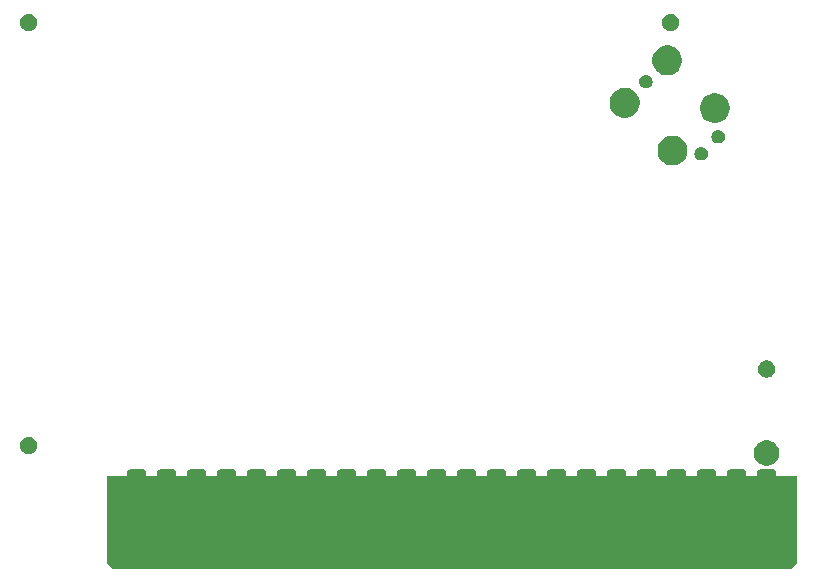
<source format=gbs>
G04 #@! TF.GenerationSoftware,KiCad,Pcbnew,(5.1.5-0-10_14)*
G04 #@! TF.CreationDate,2020-09-29T17:55:38-04:00*
G04 #@! TF.ProjectId,RAM2GS,52414d32-4753-42e6-9b69-6361645f7063,1.0*
G04 #@! TF.SameCoordinates,Original*
G04 #@! TF.FileFunction,Soldermask,Bot*
G04 #@! TF.FilePolarity,Negative*
%FSLAX46Y46*%
G04 Gerber Fmt 4.6, Leading zero omitted, Abs format (unit mm)*
G04 Created by KiCad (PCBNEW (5.1.5-0-10_14)) date 2020-09-29 17:55:38*
%MOMM*%
%LPD*%
G04 APERTURE LIST*
%ADD10C,0.100000*%
G04 APERTURE END LIST*
D10*
G36*
X113538000Y-139446000D02*
G01*
X113030000Y-139954000D01*
X55626000Y-139954000D01*
X55118000Y-139446000D01*
X55118000Y-132080000D01*
X113538000Y-132080000D01*
X113538000Y-139446000D01*
G37*
G36*
X111518220Y-131544798D02*
G01*
X111591993Y-131567176D01*
X111659982Y-131603518D01*
X111719575Y-131652425D01*
X111768482Y-131712018D01*
X111804824Y-131780007D01*
X111827202Y-131853780D01*
X111835000Y-131932954D01*
X111835000Y-138631046D01*
X111827202Y-138710220D01*
X111804824Y-138783993D01*
X111768482Y-138851982D01*
X111719575Y-138911575D01*
X111659982Y-138960482D01*
X111591993Y-138996824D01*
X111518220Y-139019202D01*
X111439046Y-139027000D01*
X110556954Y-139027000D01*
X110477780Y-139019202D01*
X110404007Y-138996824D01*
X110336018Y-138960482D01*
X110276425Y-138911575D01*
X110227518Y-138851982D01*
X110191176Y-138783993D01*
X110168798Y-138710220D01*
X110161000Y-138631046D01*
X110161000Y-131932954D01*
X110168798Y-131853780D01*
X110191176Y-131780007D01*
X110227518Y-131712018D01*
X110276425Y-131652425D01*
X110336018Y-131603518D01*
X110404007Y-131567176D01*
X110477780Y-131544798D01*
X110556954Y-131537000D01*
X111439046Y-131537000D01*
X111518220Y-131544798D01*
G37*
G36*
X108978220Y-131544798D02*
G01*
X109051993Y-131567176D01*
X109119982Y-131603518D01*
X109179575Y-131652425D01*
X109228482Y-131712018D01*
X109264824Y-131780007D01*
X109287202Y-131853780D01*
X109295000Y-131932954D01*
X109295000Y-138631046D01*
X109287202Y-138710220D01*
X109264824Y-138783993D01*
X109228482Y-138851982D01*
X109179575Y-138911575D01*
X109119982Y-138960482D01*
X109051993Y-138996824D01*
X108978220Y-139019202D01*
X108899046Y-139027000D01*
X108016954Y-139027000D01*
X107937780Y-139019202D01*
X107864007Y-138996824D01*
X107796018Y-138960482D01*
X107736425Y-138911575D01*
X107687518Y-138851982D01*
X107651176Y-138783993D01*
X107628798Y-138710220D01*
X107621000Y-138631046D01*
X107621000Y-131932954D01*
X107628798Y-131853780D01*
X107651176Y-131780007D01*
X107687518Y-131712018D01*
X107736425Y-131652425D01*
X107796018Y-131603518D01*
X107864007Y-131567176D01*
X107937780Y-131544798D01*
X108016954Y-131537000D01*
X108899046Y-131537000D01*
X108978220Y-131544798D01*
G37*
G36*
X106438220Y-131544798D02*
G01*
X106511993Y-131567176D01*
X106579982Y-131603518D01*
X106639575Y-131652425D01*
X106688482Y-131712018D01*
X106724824Y-131780007D01*
X106747202Y-131853780D01*
X106755000Y-131932954D01*
X106755000Y-138631046D01*
X106747202Y-138710220D01*
X106724824Y-138783993D01*
X106688482Y-138851982D01*
X106639575Y-138911575D01*
X106579982Y-138960482D01*
X106511993Y-138996824D01*
X106438220Y-139019202D01*
X106359046Y-139027000D01*
X105476954Y-139027000D01*
X105397780Y-139019202D01*
X105324007Y-138996824D01*
X105256018Y-138960482D01*
X105196425Y-138911575D01*
X105147518Y-138851982D01*
X105111176Y-138783993D01*
X105088798Y-138710220D01*
X105081000Y-138631046D01*
X105081000Y-131932954D01*
X105088798Y-131853780D01*
X105111176Y-131780007D01*
X105147518Y-131712018D01*
X105196425Y-131652425D01*
X105256018Y-131603518D01*
X105324007Y-131567176D01*
X105397780Y-131544798D01*
X105476954Y-131537000D01*
X106359046Y-131537000D01*
X106438220Y-131544798D01*
G37*
G36*
X103898220Y-131544798D02*
G01*
X103971993Y-131567176D01*
X104039982Y-131603518D01*
X104099575Y-131652425D01*
X104148482Y-131712018D01*
X104184824Y-131780007D01*
X104207202Y-131853780D01*
X104215000Y-131932954D01*
X104215000Y-138631046D01*
X104207202Y-138710220D01*
X104184824Y-138783993D01*
X104148482Y-138851982D01*
X104099575Y-138911575D01*
X104039982Y-138960482D01*
X103971993Y-138996824D01*
X103898220Y-139019202D01*
X103819046Y-139027000D01*
X102936954Y-139027000D01*
X102857780Y-139019202D01*
X102784007Y-138996824D01*
X102716018Y-138960482D01*
X102656425Y-138911575D01*
X102607518Y-138851982D01*
X102571176Y-138783993D01*
X102548798Y-138710220D01*
X102541000Y-138631046D01*
X102541000Y-131932954D01*
X102548798Y-131853780D01*
X102571176Y-131780007D01*
X102607518Y-131712018D01*
X102656425Y-131652425D01*
X102716018Y-131603518D01*
X102784007Y-131567176D01*
X102857780Y-131544798D01*
X102936954Y-131537000D01*
X103819046Y-131537000D01*
X103898220Y-131544798D01*
G37*
G36*
X101358220Y-131544798D02*
G01*
X101431993Y-131567176D01*
X101499982Y-131603518D01*
X101559575Y-131652425D01*
X101608482Y-131712018D01*
X101644824Y-131780007D01*
X101667202Y-131853780D01*
X101675000Y-131932954D01*
X101675000Y-138631046D01*
X101667202Y-138710220D01*
X101644824Y-138783993D01*
X101608482Y-138851982D01*
X101559575Y-138911575D01*
X101499982Y-138960482D01*
X101431993Y-138996824D01*
X101358220Y-139019202D01*
X101279046Y-139027000D01*
X100396954Y-139027000D01*
X100317780Y-139019202D01*
X100244007Y-138996824D01*
X100176018Y-138960482D01*
X100116425Y-138911575D01*
X100067518Y-138851982D01*
X100031176Y-138783993D01*
X100008798Y-138710220D01*
X100001000Y-138631046D01*
X100001000Y-131932954D01*
X100008798Y-131853780D01*
X100031176Y-131780007D01*
X100067518Y-131712018D01*
X100116425Y-131652425D01*
X100176018Y-131603518D01*
X100244007Y-131567176D01*
X100317780Y-131544798D01*
X100396954Y-131537000D01*
X101279046Y-131537000D01*
X101358220Y-131544798D01*
G37*
G36*
X98818220Y-131544798D02*
G01*
X98891993Y-131567176D01*
X98959982Y-131603518D01*
X99019575Y-131652425D01*
X99068482Y-131712018D01*
X99104824Y-131780007D01*
X99127202Y-131853780D01*
X99135000Y-131932954D01*
X99135000Y-138631046D01*
X99127202Y-138710220D01*
X99104824Y-138783993D01*
X99068482Y-138851982D01*
X99019575Y-138911575D01*
X98959982Y-138960482D01*
X98891993Y-138996824D01*
X98818220Y-139019202D01*
X98739046Y-139027000D01*
X97856954Y-139027000D01*
X97777780Y-139019202D01*
X97704007Y-138996824D01*
X97636018Y-138960482D01*
X97576425Y-138911575D01*
X97527518Y-138851982D01*
X97491176Y-138783993D01*
X97468798Y-138710220D01*
X97461000Y-138631046D01*
X97461000Y-131932954D01*
X97468798Y-131853780D01*
X97491176Y-131780007D01*
X97527518Y-131712018D01*
X97576425Y-131652425D01*
X97636018Y-131603518D01*
X97704007Y-131567176D01*
X97777780Y-131544798D01*
X97856954Y-131537000D01*
X98739046Y-131537000D01*
X98818220Y-131544798D01*
G37*
G36*
X96278220Y-131544798D02*
G01*
X96351993Y-131567176D01*
X96419982Y-131603518D01*
X96479575Y-131652425D01*
X96528482Y-131712018D01*
X96564824Y-131780007D01*
X96587202Y-131853780D01*
X96595000Y-131932954D01*
X96595000Y-138631046D01*
X96587202Y-138710220D01*
X96564824Y-138783993D01*
X96528482Y-138851982D01*
X96479575Y-138911575D01*
X96419982Y-138960482D01*
X96351993Y-138996824D01*
X96278220Y-139019202D01*
X96199046Y-139027000D01*
X95316954Y-139027000D01*
X95237780Y-139019202D01*
X95164007Y-138996824D01*
X95096018Y-138960482D01*
X95036425Y-138911575D01*
X94987518Y-138851982D01*
X94951176Y-138783993D01*
X94928798Y-138710220D01*
X94921000Y-138631046D01*
X94921000Y-131932954D01*
X94928798Y-131853780D01*
X94951176Y-131780007D01*
X94987518Y-131712018D01*
X95036425Y-131652425D01*
X95096018Y-131603518D01*
X95164007Y-131567176D01*
X95237780Y-131544798D01*
X95316954Y-131537000D01*
X96199046Y-131537000D01*
X96278220Y-131544798D01*
G37*
G36*
X93738220Y-131544798D02*
G01*
X93811993Y-131567176D01*
X93879982Y-131603518D01*
X93939575Y-131652425D01*
X93988482Y-131712018D01*
X94024824Y-131780007D01*
X94047202Y-131853780D01*
X94055000Y-131932954D01*
X94055000Y-138631046D01*
X94047202Y-138710220D01*
X94024824Y-138783993D01*
X93988482Y-138851982D01*
X93939575Y-138911575D01*
X93879982Y-138960482D01*
X93811993Y-138996824D01*
X93738220Y-139019202D01*
X93659046Y-139027000D01*
X92776954Y-139027000D01*
X92697780Y-139019202D01*
X92624007Y-138996824D01*
X92556018Y-138960482D01*
X92496425Y-138911575D01*
X92447518Y-138851982D01*
X92411176Y-138783993D01*
X92388798Y-138710220D01*
X92381000Y-138631046D01*
X92381000Y-131932954D01*
X92388798Y-131853780D01*
X92411176Y-131780007D01*
X92447518Y-131712018D01*
X92496425Y-131652425D01*
X92556018Y-131603518D01*
X92624007Y-131567176D01*
X92697780Y-131544798D01*
X92776954Y-131537000D01*
X93659046Y-131537000D01*
X93738220Y-131544798D01*
G37*
G36*
X91198220Y-131544798D02*
G01*
X91271993Y-131567176D01*
X91339982Y-131603518D01*
X91399575Y-131652425D01*
X91448482Y-131712018D01*
X91484824Y-131780007D01*
X91507202Y-131853780D01*
X91515000Y-131932954D01*
X91515000Y-138631046D01*
X91507202Y-138710220D01*
X91484824Y-138783993D01*
X91448482Y-138851982D01*
X91399575Y-138911575D01*
X91339982Y-138960482D01*
X91271993Y-138996824D01*
X91198220Y-139019202D01*
X91119046Y-139027000D01*
X90236954Y-139027000D01*
X90157780Y-139019202D01*
X90084007Y-138996824D01*
X90016018Y-138960482D01*
X89956425Y-138911575D01*
X89907518Y-138851982D01*
X89871176Y-138783993D01*
X89848798Y-138710220D01*
X89841000Y-138631046D01*
X89841000Y-131932954D01*
X89848798Y-131853780D01*
X89871176Y-131780007D01*
X89907518Y-131712018D01*
X89956425Y-131652425D01*
X90016018Y-131603518D01*
X90084007Y-131567176D01*
X90157780Y-131544798D01*
X90236954Y-131537000D01*
X91119046Y-131537000D01*
X91198220Y-131544798D01*
G37*
G36*
X88658220Y-131544798D02*
G01*
X88731993Y-131567176D01*
X88799982Y-131603518D01*
X88859575Y-131652425D01*
X88908482Y-131712018D01*
X88944824Y-131780007D01*
X88967202Y-131853780D01*
X88975000Y-131932954D01*
X88975000Y-138631046D01*
X88967202Y-138710220D01*
X88944824Y-138783993D01*
X88908482Y-138851982D01*
X88859575Y-138911575D01*
X88799982Y-138960482D01*
X88731993Y-138996824D01*
X88658220Y-139019202D01*
X88579046Y-139027000D01*
X87696954Y-139027000D01*
X87617780Y-139019202D01*
X87544007Y-138996824D01*
X87476018Y-138960482D01*
X87416425Y-138911575D01*
X87367518Y-138851982D01*
X87331176Y-138783993D01*
X87308798Y-138710220D01*
X87301000Y-138631046D01*
X87301000Y-131932954D01*
X87308798Y-131853780D01*
X87331176Y-131780007D01*
X87367518Y-131712018D01*
X87416425Y-131652425D01*
X87476018Y-131603518D01*
X87544007Y-131567176D01*
X87617780Y-131544798D01*
X87696954Y-131537000D01*
X88579046Y-131537000D01*
X88658220Y-131544798D01*
G37*
G36*
X86118220Y-131544798D02*
G01*
X86191993Y-131567176D01*
X86259982Y-131603518D01*
X86319575Y-131652425D01*
X86368482Y-131712018D01*
X86404824Y-131780007D01*
X86427202Y-131853780D01*
X86435000Y-131932954D01*
X86435000Y-138631046D01*
X86427202Y-138710220D01*
X86404824Y-138783993D01*
X86368482Y-138851982D01*
X86319575Y-138911575D01*
X86259982Y-138960482D01*
X86191993Y-138996824D01*
X86118220Y-139019202D01*
X86039046Y-139027000D01*
X85156954Y-139027000D01*
X85077780Y-139019202D01*
X85004007Y-138996824D01*
X84936018Y-138960482D01*
X84876425Y-138911575D01*
X84827518Y-138851982D01*
X84791176Y-138783993D01*
X84768798Y-138710220D01*
X84761000Y-138631046D01*
X84761000Y-131932954D01*
X84768798Y-131853780D01*
X84791176Y-131780007D01*
X84827518Y-131712018D01*
X84876425Y-131652425D01*
X84936018Y-131603518D01*
X85004007Y-131567176D01*
X85077780Y-131544798D01*
X85156954Y-131537000D01*
X86039046Y-131537000D01*
X86118220Y-131544798D01*
G37*
G36*
X83578220Y-131544798D02*
G01*
X83651993Y-131567176D01*
X83719982Y-131603518D01*
X83779575Y-131652425D01*
X83828482Y-131712018D01*
X83864824Y-131780007D01*
X83887202Y-131853780D01*
X83895000Y-131932954D01*
X83895000Y-138631046D01*
X83887202Y-138710220D01*
X83864824Y-138783993D01*
X83828482Y-138851982D01*
X83779575Y-138911575D01*
X83719982Y-138960482D01*
X83651993Y-138996824D01*
X83578220Y-139019202D01*
X83499046Y-139027000D01*
X82616954Y-139027000D01*
X82537780Y-139019202D01*
X82464007Y-138996824D01*
X82396018Y-138960482D01*
X82336425Y-138911575D01*
X82287518Y-138851982D01*
X82251176Y-138783993D01*
X82228798Y-138710220D01*
X82221000Y-138631046D01*
X82221000Y-131932954D01*
X82228798Y-131853780D01*
X82251176Y-131780007D01*
X82287518Y-131712018D01*
X82336425Y-131652425D01*
X82396018Y-131603518D01*
X82464007Y-131567176D01*
X82537780Y-131544798D01*
X82616954Y-131537000D01*
X83499046Y-131537000D01*
X83578220Y-131544798D01*
G37*
G36*
X81038220Y-131544798D02*
G01*
X81111993Y-131567176D01*
X81179982Y-131603518D01*
X81239575Y-131652425D01*
X81288482Y-131712018D01*
X81324824Y-131780007D01*
X81347202Y-131853780D01*
X81355000Y-131932954D01*
X81355000Y-138631046D01*
X81347202Y-138710220D01*
X81324824Y-138783993D01*
X81288482Y-138851982D01*
X81239575Y-138911575D01*
X81179982Y-138960482D01*
X81111993Y-138996824D01*
X81038220Y-139019202D01*
X80959046Y-139027000D01*
X80076954Y-139027000D01*
X79997780Y-139019202D01*
X79924007Y-138996824D01*
X79856018Y-138960482D01*
X79796425Y-138911575D01*
X79747518Y-138851982D01*
X79711176Y-138783993D01*
X79688798Y-138710220D01*
X79681000Y-138631046D01*
X79681000Y-131932954D01*
X79688798Y-131853780D01*
X79711176Y-131780007D01*
X79747518Y-131712018D01*
X79796425Y-131652425D01*
X79856018Y-131603518D01*
X79924007Y-131567176D01*
X79997780Y-131544798D01*
X80076954Y-131537000D01*
X80959046Y-131537000D01*
X81038220Y-131544798D01*
G37*
G36*
X78498220Y-131544798D02*
G01*
X78571993Y-131567176D01*
X78639982Y-131603518D01*
X78699575Y-131652425D01*
X78748482Y-131712018D01*
X78784824Y-131780007D01*
X78807202Y-131853780D01*
X78815000Y-131932954D01*
X78815000Y-138631046D01*
X78807202Y-138710220D01*
X78784824Y-138783993D01*
X78748482Y-138851982D01*
X78699575Y-138911575D01*
X78639982Y-138960482D01*
X78571993Y-138996824D01*
X78498220Y-139019202D01*
X78419046Y-139027000D01*
X77536954Y-139027000D01*
X77457780Y-139019202D01*
X77384007Y-138996824D01*
X77316018Y-138960482D01*
X77256425Y-138911575D01*
X77207518Y-138851982D01*
X77171176Y-138783993D01*
X77148798Y-138710220D01*
X77141000Y-138631046D01*
X77141000Y-131932954D01*
X77148798Y-131853780D01*
X77171176Y-131780007D01*
X77207518Y-131712018D01*
X77256425Y-131652425D01*
X77316018Y-131603518D01*
X77384007Y-131567176D01*
X77457780Y-131544798D01*
X77536954Y-131537000D01*
X78419046Y-131537000D01*
X78498220Y-131544798D01*
G37*
G36*
X75958220Y-131544798D02*
G01*
X76031993Y-131567176D01*
X76099982Y-131603518D01*
X76159575Y-131652425D01*
X76208482Y-131712018D01*
X76244824Y-131780007D01*
X76267202Y-131853780D01*
X76275000Y-131932954D01*
X76275000Y-138631046D01*
X76267202Y-138710220D01*
X76244824Y-138783993D01*
X76208482Y-138851982D01*
X76159575Y-138911575D01*
X76099982Y-138960482D01*
X76031993Y-138996824D01*
X75958220Y-139019202D01*
X75879046Y-139027000D01*
X74996954Y-139027000D01*
X74917780Y-139019202D01*
X74844007Y-138996824D01*
X74776018Y-138960482D01*
X74716425Y-138911575D01*
X74667518Y-138851982D01*
X74631176Y-138783993D01*
X74608798Y-138710220D01*
X74601000Y-138631046D01*
X74601000Y-131932954D01*
X74608798Y-131853780D01*
X74631176Y-131780007D01*
X74667518Y-131712018D01*
X74716425Y-131652425D01*
X74776018Y-131603518D01*
X74844007Y-131567176D01*
X74917780Y-131544798D01*
X74996954Y-131537000D01*
X75879046Y-131537000D01*
X75958220Y-131544798D01*
G37*
G36*
X73418220Y-131544798D02*
G01*
X73491993Y-131567176D01*
X73559982Y-131603518D01*
X73619575Y-131652425D01*
X73668482Y-131712018D01*
X73704824Y-131780007D01*
X73727202Y-131853780D01*
X73735000Y-131932954D01*
X73735000Y-138631046D01*
X73727202Y-138710220D01*
X73704824Y-138783993D01*
X73668482Y-138851982D01*
X73619575Y-138911575D01*
X73559982Y-138960482D01*
X73491993Y-138996824D01*
X73418220Y-139019202D01*
X73339046Y-139027000D01*
X72456954Y-139027000D01*
X72377780Y-139019202D01*
X72304007Y-138996824D01*
X72236018Y-138960482D01*
X72176425Y-138911575D01*
X72127518Y-138851982D01*
X72091176Y-138783993D01*
X72068798Y-138710220D01*
X72061000Y-138631046D01*
X72061000Y-131932954D01*
X72068798Y-131853780D01*
X72091176Y-131780007D01*
X72127518Y-131712018D01*
X72176425Y-131652425D01*
X72236018Y-131603518D01*
X72304007Y-131567176D01*
X72377780Y-131544798D01*
X72456954Y-131537000D01*
X73339046Y-131537000D01*
X73418220Y-131544798D01*
G37*
G36*
X70878220Y-131544798D02*
G01*
X70951993Y-131567176D01*
X71019982Y-131603518D01*
X71079575Y-131652425D01*
X71128482Y-131712018D01*
X71164824Y-131780007D01*
X71187202Y-131853780D01*
X71195000Y-131932954D01*
X71195000Y-138631046D01*
X71187202Y-138710220D01*
X71164824Y-138783993D01*
X71128482Y-138851982D01*
X71079575Y-138911575D01*
X71019982Y-138960482D01*
X70951993Y-138996824D01*
X70878220Y-139019202D01*
X70799046Y-139027000D01*
X69916954Y-139027000D01*
X69837780Y-139019202D01*
X69764007Y-138996824D01*
X69696018Y-138960482D01*
X69636425Y-138911575D01*
X69587518Y-138851982D01*
X69551176Y-138783993D01*
X69528798Y-138710220D01*
X69521000Y-138631046D01*
X69521000Y-131932954D01*
X69528798Y-131853780D01*
X69551176Y-131780007D01*
X69587518Y-131712018D01*
X69636425Y-131652425D01*
X69696018Y-131603518D01*
X69764007Y-131567176D01*
X69837780Y-131544798D01*
X69916954Y-131537000D01*
X70799046Y-131537000D01*
X70878220Y-131544798D01*
G37*
G36*
X68338220Y-131544798D02*
G01*
X68411993Y-131567176D01*
X68479982Y-131603518D01*
X68539575Y-131652425D01*
X68588482Y-131712018D01*
X68624824Y-131780007D01*
X68647202Y-131853780D01*
X68655000Y-131932954D01*
X68655000Y-138631046D01*
X68647202Y-138710220D01*
X68624824Y-138783993D01*
X68588482Y-138851982D01*
X68539575Y-138911575D01*
X68479982Y-138960482D01*
X68411993Y-138996824D01*
X68338220Y-139019202D01*
X68259046Y-139027000D01*
X67376954Y-139027000D01*
X67297780Y-139019202D01*
X67224007Y-138996824D01*
X67156018Y-138960482D01*
X67096425Y-138911575D01*
X67047518Y-138851982D01*
X67011176Y-138783993D01*
X66988798Y-138710220D01*
X66981000Y-138631046D01*
X66981000Y-131932954D01*
X66988798Y-131853780D01*
X67011176Y-131780007D01*
X67047518Y-131712018D01*
X67096425Y-131652425D01*
X67156018Y-131603518D01*
X67224007Y-131567176D01*
X67297780Y-131544798D01*
X67376954Y-131537000D01*
X68259046Y-131537000D01*
X68338220Y-131544798D01*
G37*
G36*
X65798220Y-131544798D02*
G01*
X65871993Y-131567176D01*
X65939982Y-131603518D01*
X65999575Y-131652425D01*
X66048482Y-131712018D01*
X66084824Y-131780007D01*
X66107202Y-131853780D01*
X66115000Y-131932954D01*
X66115000Y-138631046D01*
X66107202Y-138710220D01*
X66084824Y-138783993D01*
X66048482Y-138851982D01*
X65999575Y-138911575D01*
X65939982Y-138960482D01*
X65871993Y-138996824D01*
X65798220Y-139019202D01*
X65719046Y-139027000D01*
X64836954Y-139027000D01*
X64757780Y-139019202D01*
X64684007Y-138996824D01*
X64616018Y-138960482D01*
X64556425Y-138911575D01*
X64507518Y-138851982D01*
X64471176Y-138783993D01*
X64448798Y-138710220D01*
X64441000Y-138631046D01*
X64441000Y-131932954D01*
X64448798Y-131853780D01*
X64471176Y-131780007D01*
X64507518Y-131712018D01*
X64556425Y-131652425D01*
X64616018Y-131603518D01*
X64684007Y-131567176D01*
X64757780Y-131544798D01*
X64836954Y-131537000D01*
X65719046Y-131537000D01*
X65798220Y-131544798D01*
G37*
G36*
X63258220Y-131544798D02*
G01*
X63331993Y-131567176D01*
X63399982Y-131603518D01*
X63459575Y-131652425D01*
X63508482Y-131712018D01*
X63544824Y-131780007D01*
X63567202Y-131853780D01*
X63575000Y-131932954D01*
X63575000Y-138631046D01*
X63567202Y-138710220D01*
X63544824Y-138783993D01*
X63508482Y-138851982D01*
X63459575Y-138911575D01*
X63399982Y-138960482D01*
X63331993Y-138996824D01*
X63258220Y-139019202D01*
X63179046Y-139027000D01*
X62296954Y-139027000D01*
X62217780Y-139019202D01*
X62144007Y-138996824D01*
X62076018Y-138960482D01*
X62016425Y-138911575D01*
X61967518Y-138851982D01*
X61931176Y-138783993D01*
X61908798Y-138710220D01*
X61901000Y-138631046D01*
X61901000Y-131932954D01*
X61908798Y-131853780D01*
X61931176Y-131780007D01*
X61967518Y-131712018D01*
X62016425Y-131652425D01*
X62076018Y-131603518D01*
X62144007Y-131567176D01*
X62217780Y-131544798D01*
X62296954Y-131537000D01*
X63179046Y-131537000D01*
X63258220Y-131544798D01*
G37*
G36*
X60718220Y-131544798D02*
G01*
X60791993Y-131567176D01*
X60859982Y-131603518D01*
X60919575Y-131652425D01*
X60968482Y-131712018D01*
X61004824Y-131780007D01*
X61027202Y-131853780D01*
X61035000Y-131932954D01*
X61035000Y-138631046D01*
X61027202Y-138710220D01*
X61004824Y-138783993D01*
X60968482Y-138851982D01*
X60919575Y-138911575D01*
X60859982Y-138960482D01*
X60791993Y-138996824D01*
X60718220Y-139019202D01*
X60639046Y-139027000D01*
X59756954Y-139027000D01*
X59677780Y-139019202D01*
X59604007Y-138996824D01*
X59536018Y-138960482D01*
X59476425Y-138911575D01*
X59427518Y-138851982D01*
X59391176Y-138783993D01*
X59368798Y-138710220D01*
X59361000Y-138631046D01*
X59361000Y-131932954D01*
X59368798Y-131853780D01*
X59391176Y-131780007D01*
X59427518Y-131712018D01*
X59476425Y-131652425D01*
X59536018Y-131603518D01*
X59604007Y-131567176D01*
X59677780Y-131544798D01*
X59756954Y-131537000D01*
X60639046Y-131537000D01*
X60718220Y-131544798D01*
G37*
G36*
X58178220Y-131544798D02*
G01*
X58251993Y-131567176D01*
X58319982Y-131603518D01*
X58379575Y-131652425D01*
X58428482Y-131712018D01*
X58464824Y-131780007D01*
X58487202Y-131853780D01*
X58495000Y-131932954D01*
X58495000Y-138631046D01*
X58487202Y-138710220D01*
X58464824Y-138783993D01*
X58428482Y-138851982D01*
X58379575Y-138911575D01*
X58319982Y-138960482D01*
X58251993Y-138996824D01*
X58178220Y-139019202D01*
X58099046Y-139027000D01*
X57216954Y-139027000D01*
X57137780Y-139019202D01*
X57064007Y-138996824D01*
X56996018Y-138960482D01*
X56936425Y-138911575D01*
X56887518Y-138851982D01*
X56851176Y-138783993D01*
X56828798Y-138710220D01*
X56821000Y-138631046D01*
X56821000Y-131932954D01*
X56828798Y-131853780D01*
X56851176Y-131780007D01*
X56887518Y-131712018D01*
X56936425Y-131652425D01*
X56996018Y-131603518D01*
X57064007Y-131567176D01*
X57137780Y-131544798D01*
X57216954Y-131537000D01*
X58099046Y-131537000D01*
X58178220Y-131544798D01*
G37*
G36*
X111311564Y-129141311D02*
G01*
X111507202Y-129222347D01*
X111507203Y-129222348D01*
X111683272Y-129339993D01*
X111833007Y-129489728D01*
X111911615Y-129607374D01*
X111950653Y-129665798D01*
X112031689Y-129861436D01*
X112073000Y-130069120D01*
X112073000Y-130280880D01*
X112031689Y-130488564D01*
X111950653Y-130684202D01*
X111950652Y-130684203D01*
X111833007Y-130860272D01*
X111683272Y-131010007D01*
X111565626Y-131088615D01*
X111507202Y-131127653D01*
X111311564Y-131208689D01*
X111103880Y-131250000D01*
X110892120Y-131250000D01*
X110684436Y-131208689D01*
X110488798Y-131127653D01*
X110430374Y-131088615D01*
X110312728Y-131010007D01*
X110162993Y-130860272D01*
X110045348Y-130684203D01*
X110045347Y-130684202D01*
X109964311Y-130488564D01*
X109923000Y-130280880D01*
X109923000Y-130069120D01*
X109964311Y-129861436D01*
X110045347Y-129665798D01*
X110084385Y-129607374D01*
X110162993Y-129489728D01*
X110312728Y-129339993D01*
X110488797Y-129222348D01*
X110488798Y-129222347D01*
X110684436Y-129141311D01*
X110892120Y-129100000D01*
X111103880Y-129100000D01*
X111311564Y-129141311D01*
G37*
G36*
X48725181Y-128843822D02*
G01*
X48725184Y-128843823D01*
X48725183Y-128843823D01*
X48856943Y-128898400D01*
X48916635Y-128938285D01*
X48975522Y-128977632D01*
X49076368Y-129078478D01*
X49155601Y-129197059D01*
X49210178Y-129328819D01*
X49238000Y-129468691D01*
X49238000Y-129611309D01*
X49210178Y-129751181D01*
X49164509Y-129861436D01*
X49155600Y-129882943D01*
X49076367Y-130001523D01*
X48975523Y-130102367D01*
X48856943Y-130181600D01*
X48856942Y-130181601D01*
X48856941Y-130181601D01*
X48725181Y-130236178D01*
X48585309Y-130264000D01*
X48442691Y-130264000D01*
X48302819Y-130236178D01*
X48171059Y-130181601D01*
X48171058Y-130181601D01*
X48171057Y-130181600D01*
X48052477Y-130102367D01*
X47951633Y-130001523D01*
X47872400Y-129882943D01*
X47863491Y-129861436D01*
X47817822Y-129751181D01*
X47790000Y-129611309D01*
X47790000Y-129468691D01*
X47817822Y-129328819D01*
X47872399Y-129197059D01*
X47951632Y-129078478D01*
X48052478Y-128977632D01*
X48111365Y-128938285D01*
X48171057Y-128898400D01*
X48302817Y-128843823D01*
X48302816Y-128843823D01*
X48302819Y-128843822D01*
X48442691Y-128816000D01*
X48585309Y-128816000D01*
X48725181Y-128843822D01*
G37*
G36*
X111209181Y-122366822D02*
G01*
X111209184Y-122366823D01*
X111209183Y-122366823D01*
X111340943Y-122421400D01*
X111400635Y-122461285D01*
X111459522Y-122500632D01*
X111560368Y-122601478D01*
X111639601Y-122720059D01*
X111694178Y-122851819D01*
X111722000Y-122991691D01*
X111722000Y-123134309D01*
X111694178Y-123274181D01*
X111694177Y-123274183D01*
X111639600Y-123405943D01*
X111560367Y-123524523D01*
X111459523Y-123625367D01*
X111340943Y-123704600D01*
X111340942Y-123704601D01*
X111340941Y-123704601D01*
X111209181Y-123759178D01*
X111069309Y-123787000D01*
X110926691Y-123787000D01*
X110786819Y-123759178D01*
X110655059Y-123704601D01*
X110655058Y-123704601D01*
X110655057Y-123704600D01*
X110536477Y-123625367D01*
X110435633Y-123524523D01*
X110356400Y-123405943D01*
X110301823Y-123274183D01*
X110301822Y-123274181D01*
X110274000Y-123134309D01*
X110274000Y-122991691D01*
X110301822Y-122851819D01*
X110356399Y-122720059D01*
X110435632Y-122601478D01*
X110536478Y-122500632D01*
X110595365Y-122461285D01*
X110655057Y-122421400D01*
X110786817Y-122366823D01*
X110786816Y-122366823D01*
X110786819Y-122366822D01*
X110926691Y-122339000D01*
X111069309Y-122339000D01*
X111209181Y-122366822D01*
G37*
G36*
X103393228Y-103344155D02*
G01*
X103622980Y-103439321D01*
X103622981Y-103439322D01*
X103829752Y-103577481D01*
X104005596Y-103753325D01*
X104059258Y-103833637D01*
X104143756Y-103960097D01*
X104238922Y-104189849D01*
X104287437Y-104433748D01*
X104287437Y-104682432D01*
X104238922Y-104926331D01*
X104143756Y-105156083D01*
X104143755Y-105156084D01*
X104005596Y-105362855D01*
X103829752Y-105538699D01*
X103664110Y-105649377D01*
X103622980Y-105676859D01*
X103393228Y-105772025D01*
X103149329Y-105820540D01*
X102900645Y-105820540D01*
X102656746Y-105772025D01*
X102426994Y-105676859D01*
X102385864Y-105649377D01*
X102220222Y-105538699D01*
X102044378Y-105362855D01*
X101906219Y-105156084D01*
X101906218Y-105156083D01*
X101811052Y-104926331D01*
X101762537Y-104682432D01*
X101762537Y-104433748D01*
X101811052Y-104189849D01*
X101906218Y-103960097D01*
X101990716Y-103833637D01*
X102044378Y-103753325D01*
X102220222Y-103577481D01*
X102426993Y-103439322D01*
X102426994Y-103439321D01*
X102656746Y-103344155D01*
X102900645Y-103295640D01*
X103149329Y-103295640D01*
X103393228Y-103344155D01*
G37*
G36*
X105616004Y-104279113D02*
G01*
X105719797Y-104322105D01*
X105789533Y-104368701D01*
X105813201Y-104384516D01*
X105892637Y-104463952D01*
X105892640Y-104463957D01*
X105955048Y-104557356D01*
X105998040Y-104661149D01*
X106019956Y-104771326D01*
X106019956Y-104883668D01*
X105998040Y-104993845D01*
X105955048Y-105097638D01*
X105915996Y-105156083D01*
X105892637Y-105191042D01*
X105813201Y-105270478D01*
X105789533Y-105286293D01*
X105719797Y-105332889D01*
X105616004Y-105375881D01*
X105505827Y-105397797D01*
X105393485Y-105397797D01*
X105283308Y-105375881D01*
X105179515Y-105332889D01*
X105109779Y-105286293D01*
X105086111Y-105270478D01*
X105006675Y-105191042D01*
X104983316Y-105156083D01*
X104944264Y-105097638D01*
X104901272Y-104993845D01*
X104879356Y-104883668D01*
X104879356Y-104771326D01*
X104901272Y-104661149D01*
X104944264Y-104557356D01*
X105006672Y-104463957D01*
X105006675Y-104463952D01*
X105086111Y-104384516D01*
X105109779Y-104368701D01*
X105179515Y-104322105D01*
X105283308Y-104279113D01*
X105393485Y-104257197D01*
X105505827Y-104257197D01*
X105616004Y-104279113D01*
G37*
G36*
X107052845Y-102842272D02*
G01*
X107156638Y-102885264D01*
X107226374Y-102931860D01*
X107250042Y-102947675D01*
X107329478Y-103027111D01*
X107329481Y-103027116D01*
X107391889Y-103120515D01*
X107434881Y-103224308D01*
X107456797Y-103334485D01*
X107456797Y-103446827D01*
X107434881Y-103557004D01*
X107391889Y-103660797D01*
X107345293Y-103730533D01*
X107329478Y-103754201D01*
X107250042Y-103833637D01*
X107226374Y-103849452D01*
X107156638Y-103896048D01*
X107052845Y-103939040D01*
X106942668Y-103960956D01*
X106830326Y-103960956D01*
X106720149Y-103939040D01*
X106616356Y-103896048D01*
X106546620Y-103849452D01*
X106522952Y-103833637D01*
X106443516Y-103754201D01*
X106427701Y-103730533D01*
X106381105Y-103660797D01*
X106338113Y-103557004D01*
X106316197Y-103446827D01*
X106316197Y-103334485D01*
X106338113Y-103224308D01*
X106381105Y-103120515D01*
X106443513Y-103027116D01*
X106443516Y-103027111D01*
X106522952Y-102947675D01*
X106546620Y-102931860D01*
X106616356Y-102885264D01*
X106720149Y-102842272D01*
X106830326Y-102820356D01*
X106942668Y-102820356D01*
X107052845Y-102842272D01*
G37*
G36*
X106985331Y-99752052D02*
G01*
X107215083Y-99847218D01*
X107215084Y-99847219D01*
X107421855Y-99985378D01*
X107597699Y-100161222D01*
X107708377Y-100326864D01*
X107735859Y-100367994D01*
X107831025Y-100597746D01*
X107879540Y-100841645D01*
X107879540Y-101090329D01*
X107831025Y-101334228D01*
X107735859Y-101563980D01*
X107735858Y-101563981D01*
X107597699Y-101770752D01*
X107421855Y-101946596D01*
X107256213Y-102057274D01*
X107215083Y-102084756D01*
X106985331Y-102179922D01*
X106741432Y-102228437D01*
X106492748Y-102228437D01*
X106248849Y-102179922D01*
X106019097Y-102084756D01*
X105977967Y-102057274D01*
X105812325Y-101946596D01*
X105636481Y-101770752D01*
X105498322Y-101563981D01*
X105498321Y-101563980D01*
X105403155Y-101334228D01*
X105354640Y-101090329D01*
X105354640Y-100841645D01*
X105403155Y-100597746D01*
X105498321Y-100367994D01*
X105525803Y-100326864D01*
X105636481Y-100161222D01*
X105812325Y-99985378D01*
X106019096Y-99847219D01*
X106019097Y-99847218D01*
X106248849Y-99752052D01*
X106492748Y-99703537D01*
X106741432Y-99703537D01*
X106985331Y-99752052D01*
G37*
G36*
X99352113Y-99303039D02*
G01*
X99581865Y-99398205D01*
X99581866Y-99398206D01*
X99788637Y-99536365D01*
X99964481Y-99712209D01*
X100054690Y-99847218D01*
X100102641Y-99918981D01*
X100197807Y-100148733D01*
X100246322Y-100392632D01*
X100246322Y-100641316D01*
X100197807Y-100885215D01*
X100102641Y-101114967D01*
X100102640Y-101114968D01*
X99964481Y-101321739D01*
X99788637Y-101497583D01*
X99622995Y-101608261D01*
X99581865Y-101635743D01*
X99352113Y-101730909D01*
X99108214Y-101779424D01*
X98859530Y-101779424D01*
X98615631Y-101730909D01*
X98385879Y-101635743D01*
X98344749Y-101608261D01*
X98179107Y-101497583D01*
X98003263Y-101321739D01*
X97865104Y-101114968D01*
X97865103Y-101114967D01*
X97769937Y-100885215D01*
X97721422Y-100641316D01*
X97721422Y-100392632D01*
X97769937Y-100148733D01*
X97865103Y-99918981D01*
X97913054Y-99847218D01*
X98003263Y-99712209D01*
X98179107Y-99536365D01*
X98385878Y-99398206D01*
X98385879Y-99398205D01*
X98615631Y-99303039D01*
X98859530Y-99254524D01*
X99108214Y-99254524D01*
X99352113Y-99303039D01*
G37*
G36*
X100946271Y-98172539D02*
G01*
X101050064Y-98215531D01*
X101119800Y-98262127D01*
X101143468Y-98277942D01*
X101222904Y-98357378D01*
X101222907Y-98357383D01*
X101285315Y-98450782D01*
X101328307Y-98554575D01*
X101350223Y-98664752D01*
X101350223Y-98777094D01*
X101328307Y-98887271D01*
X101285315Y-98991064D01*
X101238719Y-99060800D01*
X101222904Y-99084468D01*
X101143468Y-99163904D01*
X101119800Y-99179719D01*
X101050064Y-99226315D01*
X100946271Y-99269307D01*
X100836094Y-99291223D01*
X100723752Y-99291223D01*
X100613575Y-99269307D01*
X100509782Y-99226315D01*
X100440046Y-99179719D01*
X100416378Y-99163904D01*
X100336942Y-99084468D01*
X100321127Y-99060800D01*
X100274531Y-98991064D01*
X100231539Y-98887271D01*
X100209623Y-98777094D01*
X100209623Y-98664752D01*
X100231539Y-98554575D01*
X100274531Y-98450782D01*
X100336939Y-98357383D01*
X100336942Y-98357378D01*
X100416378Y-98277942D01*
X100440046Y-98262127D01*
X100509782Y-98215531D01*
X100613575Y-98172539D01*
X100723752Y-98150623D01*
X100836094Y-98150623D01*
X100946271Y-98172539D01*
G37*
G36*
X102944215Y-95710937D02*
G01*
X103173967Y-95806103D01*
X103173968Y-95806104D01*
X103380739Y-95944263D01*
X103556583Y-96120107D01*
X103667261Y-96285749D01*
X103694743Y-96326879D01*
X103789909Y-96556631D01*
X103838424Y-96800530D01*
X103838424Y-97049214D01*
X103789909Y-97293113D01*
X103694743Y-97522865D01*
X103694742Y-97522866D01*
X103556583Y-97729637D01*
X103380739Y-97905481D01*
X103215097Y-98016159D01*
X103173967Y-98043641D01*
X102944215Y-98138807D01*
X102700316Y-98187322D01*
X102451632Y-98187322D01*
X102207733Y-98138807D01*
X101977981Y-98043641D01*
X101936851Y-98016159D01*
X101771209Y-97905481D01*
X101595365Y-97729637D01*
X101457206Y-97522866D01*
X101457205Y-97522865D01*
X101362039Y-97293113D01*
X101313524Y-97049214D01*
X101313524Y-96800530D01*
X101362039Y-96556631D01*
X101457205Y-96326879D01*
X101484687Y-96285749D01*
X101595365Y-96120107D01*
X101771209Y-95944263D01*
X101977980Y-95806104D01*
X101977981Y-95806103D01*
X102207733Y-95710937D01*
X102451632Y-95662422D01*
X102700316Y-95662422D01*
X102944215Y-95710937D01*
G37*
G36*
X48725181Y-93029822D02*
G01*
X48725184Y-93029823D01*
X48725183Y-93029823D01*
X48856943Y-93084400D01*
X48916635Y-93124285D01*
X48975522Y-93163632D01*
X49076368Y-93264478D01*
X49155601Y-93383059D01*
X49210178Y-93514819D01*
X49238000Y-93654691D01*
X49238000Y-93797309D01*
X49210178Y-93937181D01*
X49210177Y-93937183D01*
X49155600Y-94068943D01*
X49076367Y-94187523D01*
X48975523Y-94288367D01*
X48856943Y-94367600D01*
X48856942Y-94367601D01*
X48856941Y-94367601D01*
X48725181Y-94422178D01*
X48585309Y-94450000D01*
X48442691Y-94450000D01*
X48302819Y-94422178D01*
X48171059Y-94367601D01*
X48171058Y-94367601D01*
X48171057Y-94367600D01*
X48052477Y-94288367D01*
X47951633Y-94187523D01*
X47872400Y-94068943D01*
X47817823Y-93937183D01*
X47817822Y-93937181D01*
X47790000Y-93797309D01*
X47790000Y-93654691D01*
X47817822Y-93514819D01*
X47872399Y-93383059D01*
X47951632Y-93264478D01*
X48052478Y-93163632D01*
X48111365Y-93124285D01*
X48171057Y-93084400D01*
X48302817Y-93029823D01*
X48302816Y-93029823D01*
X48302819Y-93029822D01*
X48442691Y-93002000D01*
X48585309Y-93002000D01*
X48725181Y-93029822D01*
G37*
G36*
X103081181Y-93029822D02*
G01*
X103081184Y-93029823D01*
X103081183Y-93029823D01*
X103212943Y-93084400D01*
X103272635Y-93124285D01*
X103331522Y-93163632D01*
X103432368Y-93264478D01*
X103511601Y-93383059D01*
X103566178Y-93514819D01*
X103594000Y-93654691D01*
X103594000Y-93797309D01*
X103566178Y-93937181D01*
X103566177Y-93937183D01*
X103511600Y-94068943D01*
X103432367Y-94187523D01*
X103331523Y-94288367D01*
X103212943Y-94367600D01*
X103212942Y-94367601D01*
X103212941Y-94367601D01*
X103081181Y-94422178D01*
X102941309Y-94450000D01*
X102798691Y-94450000D01*
X102658819Y-94422178D01*
X102527059Y-94367601D01*
X102527058Y-94367601D01*
X102527057Y-94367600D01*
X102408477Y-94288367D01*
X102307633Y-94187523D01*
X102228400Y-94068943D01*
X102173823Y-93937183D01*
X102173822Y-93937181D01*
X102146000Y-93797309D01*
X102146000Y-93654691D01*
X102173822Y-93514819D01*
X102228399Y-93383059D01*
X102307632Y-93264478D01*
X102408478Y-93163632D01*
X102467365Y-93124285D01*
X102527057Y-93084400D01*
X102658817Y-93029823D01*
X102658816Y-93029823D01*
X102658819Y-93029822D01*
X102798691Y-93002000D01*
X102941309Y-93002000D01*
X103081181Y-93029822D01*
G37*
M02*

</source>
